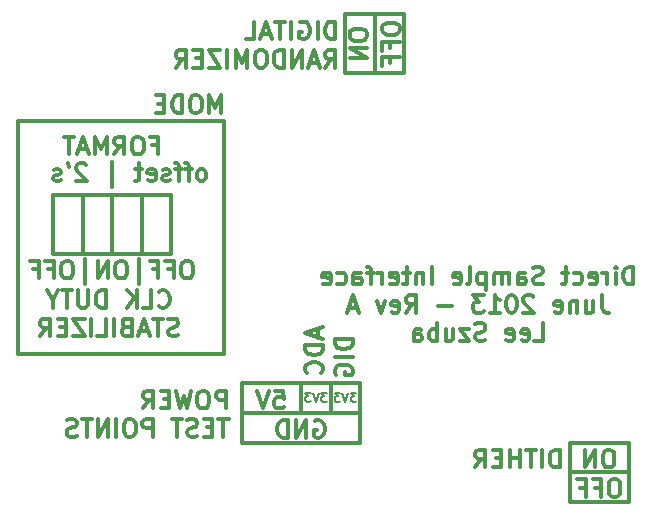
<source format=gbo>
G04 (created by PCBNEW (2013-03-31 BZR 4008)-stable) date 16/06/2013 11:35:49 PM*
%MOIN*%
G04 Gerber Fmt 3.4, Leading zero omitted, Abs format*
%FSLAX34Y34*%
G01*
G70*
G90*
G04 APERTURE LIST*
%ADD10C,0.005*%
%ADD11C,0.014*%
%ADD12C,0.011811*%
%ADD13C,0.006*%
%ADD14R,0.06X0.06*%
%ADD15C,0.06*%
%ADD16R,0.11811X0.11811*%
%ADD17C,0.0374016*%
%ADD18C,0.0787402*%
%ADD19C,0.0984252*%
%ADD20R,0.3X0.15*%
G04 APERTURE END LIST*
G54D10*
G54D11*
X93996Y-65649D02*
X92027Y-65649D01*
X92027Y-66633D02*
X93996Y-66633D01*
X92027Y-64665D02*
X93996Y-64665D01*
X92027Y-64665D02*
X92027Y-66633D01*
X93996Y-64665D02*
X93996Y-66633D01*
G54D12*
X93377Y-64904D02*
X93264Y-64904D01*
X93208Y-64932D01*
X93152Y-64988D01*
X93124Y-65101D01*
X93124Y-65298D01*
X93152Y-65410D01*
X93208Y-65466D01*
X93264Y-65494D01*
X93377Y-65494D01*
X93433Y-65466D01*
X93489Y-65410D01*
X93517Y-65298D01*
X93517Y-65101D01*
X93489Y-64988D01*
X93433Y-64932D01*
X93377Y-64904D01*
X92871Y-65494D02*
X92871Y-64904D01*
X92533Y-65494D01*
X92533Y-64904D01*
X93574Y-65888D02*
X93461Y-65888D01*
X93405Y-65916D01*
X93349Y-65973D01*
X93321Y-66085D01*
X93321Y-66282D01*
X93349Y-66394D01*
X93405Y-66451D01*
X93461Y-66479D01*
X93574Y-66479D01*
X93630Y-66451D01*
X93686Y-66394D01*
X93714Y-66282D01*
X93714Y-66085D01*
X93686Y-65973D01*
X93630Y-65916D01*
X93574Y-65888D01*
X92871Y-66169D02*
X93068Y-66169D01*
X93068Y-66479D02*
X93068Y-65888D01*
X92786Y-65888D01*
X92365Y-66169D02*
X92561Y-66169D01*
X92561Y-66479D02*
X92561Y-65888D01*
X92280Y-65888D01*
X91690Y-65494D02*
X91690Y-64904D01*
X91549Y-64904D01*
X91465Y-64932D01*
X91408Y-64988D01*
X91380Y-65044D01*
X91352Y-65157D01*
X91352Y-65241D01*
X91380Y-65354D01*
X91408Y-65410D01*
X91465Y-65466D01*
X91549Y-65494D01*
X91690Y-65494D01*
X91099Y-65494D02*
X91099Y-64904D01*
X90902Y-64904D02*
X90565Y-64904D01*
X90733Y-65494D02*
X90733Y-64904D01*
X90368Y-65494D02*
X90368Y-64904D01*
X90368Y-65185D02*
X90030Y-65185D01*
X90030Y-65494D02*
X90030Y-64904D01*
X89749Y-65185D02*
X89552Y-65185D01*
X89468Y-65494D02*
X89749Y-65494D01*
X89749Y-64904D01*
X89468Y-64904D01*
X88877Y-65494D02*
X89074Y-65213D01*
X89215Y-65494D02*
X89215Y-64904D01*
X88990Y-64904D01*
X88934Y-64932D01*
X88906Y-64960D01*
X88877Y-65016D01*
X88877Y-65101D01*
X88906Y-65157D01*
X88934Y-65185D01*
X88990Y-65213D01*
X89215Y-65213D01*
X80399Y-53683D02*
X80399Y-53093D01*
X80202Y-53515D01*
X80005Y-53093D01*
X80005Y-53683D01*
X79611Y-53093D02*
X79499Y-53093D01*
X79443Y-53121D01*
X79386Y-53177D01*
X79358Y-53290D01*
X79358Y-53487D01*
X79386Y-53599D01*
X79443Y-53655D01*
X79499Y-53683D01*
X79611Y-53683D01*
X79668Y-53655D01*
X79724Y-53599D01*
X79752Y-53487D01*
X79752Y-53290D01*
X79724Y-53177D01*
X79668Y-53121D01*
X79611Y-53093D01*
X79105Y-53683D02*
X79105Y-53093D01*
X78965Y-53093D01*
X78880Y-53121D01*
X78824Y-53177D01*
X78796Y-53233D01*
X78768Y-53346D01*
X78768Y-53430D01*
X78796Y-53543D01*
X78824Y-53599D01*
X78880Y-53655D01*
X78965Y-53683D01*
X79105Y-53683D01*
X78515Y-53374D02*
X78318Y-53374D01*
X78233Y-53683D02*
X78515Y-53683D01*
X78515Y-53093D01*
X78233Y-53093D01*
G54D11*
X73622Y-53937D02*
X73622Y-61712D01*
X80511Y-53937D02*
X73622Y-53937D01*
X80511Y-61712D02*
X80511Y-53937D01*
X73622Y-61712D02*
X80511Y-61712D01*
G54D12*
X78332Y-60123D02*
X78360Y-60151D01*
X78444Y-60179D01*
X78501Y-60179D01*
X78585Y-60151D01*
X78641Y-60095D01*
X78669Y-60039D01*
X78697Y-59926D01*
X78697Y-59842D01*
X78669Y-59730D01*
X78641Y-59673D01*
X78585Y-59617D01*
X78501Y-59589D01*
X78444Y-59589D01*
X78360Y-59617D01*
X78332Y-59645D01*
X77798Y-60179D02*
X78079Y-60179D01*
X78079Y-59589D01*
X77601Y-60179D02*
X77601Y-59589D01*
X77263Y-60179D02*
X77516Y-59842D01*
X77263Y-59589D02*
X77601Y-59926D01*
X76560Y-60179D02*
X76560Y-59589D01*
X76420Y-59589D01*
X76335Y-59617D01*
X76279Y-59673D01*
X76251Y-59730D01*
X76223Y-59842D01*
X76223Y-59926D01*
X76251Y-60039D01*
X76279Y-60095D01*
X76335Y-60151D01*
X76420Y-60179D01*
X76560Y-60179D01*
X75970Y-59589D02*
X75970Y-60067D01*
X75942Y-60123D01*
X75913Y-60151D01*
X75857Y-60179D01*
X75745Y-60179D01*
X75688Y-60151D01*
X75660Y-60123D01*
X75632Y-60067D01*
X75632Y-59589D01*
X75435Y-59589D02*
X75098Y-59589D01*
X75267Y-60179D02*
X75267Y-59589D01*
X74789Y-59898D02*
X74789Y-60179D01*
X74985Y-59589D02*
X74789Y-59898D01*
X74592Y-59589D01*
X78979Y-61096D02*
X78894Y-61124D01*
X78754Y-61124D01*
X78697Y-61096D01*
X78669Y-61068D01*
X78641Y-61012D01*
X78641Y-60956D01*
X78669Y-60899D01*
X78697Y-60871D01*
X78754Y-60843D01*
X78866Y-60815D01*
X78922Y-60787D01*
X78951Y-60759D01*
X78979Y-60703D01*
X78979Y-60646D01*
X78951Y-60590D01*
X78922Y-60562D01*
X78866Y-60534D01*
X78726Y-60534D01*
X78641Y-60562D01*
X78473Y-60534D02*
X78135Y-60534D01*
X78304Y-61124D02*
X78304Y-60534D01*
X77966Y-60956D02*
X77685Y-60956D01*
X78023Y-61124D02*
X77826Y-60534D01*
X77629Y-61124D01*
X77235Y-60815D02*
X77151Y-60843D01*
X77123Y-60871D01*
X77095Y-60928D01*
X77095Y-61012D01*
X77123Y-61068D01*
X77151Y-61096D01*
X77207Y-61124D01*
X77432Y-61124D01*
X77432Y-60534D01*
X77235Y-60534D01*
X77179Y-60562D01*
X77151Y-60590D01*
X77123Y-60646D01*
X77123Y-60703D01*
X77151Y-60759D01*
X77179Y-60787D01*
X77235Y-60815D01*
X77432Y-60815D01*
X76841Y-61124D02*
X76841Y-60534D01*
X76279Y-61124D02*
X76560Y-61124D01*
X76560Y-60534D01*
X76082Y-61124D02*
X76082Y-60534D01*
X75857Y-60534D02*
X75464Y-60534D01*
X75857Y-61124D01*
X75464Y-61124D01*
X75239Y-60815D02*
X75042Y-60815D01*
X74957Y-61124D02*
X75239Y-61124D01*
X75239Y-60534D01*
X74957Y-60534D01*
X74367Y-61124D02*
X74564Y-60843D01*
X74704Y-61124D02*
X74704Y-60534D01*
X74479Y-60534D01*
X74423Y-60562D01*
X74395Y-60590D01*
X74367Y-60646D01*
X74367Y-60731D01*
X74395Y-60787D01*
X74423Y-60815D01*
X74479Y-60843D01*
X74704Y-60843D01*
X79330Y-58605D02*
X79218Y-58605D01*
X79161Y-58633D01*
X79105Y-58689D01*
X79077Y-58802D01*
X79077Y-58998D01*
X79105Y-59111D01*
X79161Y-59167D01*
X79218Y-59195D01*
X79330Y-59195D01*
X79386Y-59167D01*
X79443Y-59111D01*
X79471Y-58998D01*
X79471Y-58802D01*
X79443Y-58689D01*
X79386Y-58633D01*
X79330Y-58605D01*
X78627Y-58886D02*
X78824Y-58886D01*
X78824Y-59195D02*
X78824Y-58605D01*
X78543Y-58605D01*
X78121Y-58886D02*
X78318Y-58886D01*
X78318Y-59195D02*
X78318Y-58605D01*
X78037Y-58605D01*
X77671Y-59392D02*
X77671Y-58548D01*
X77137Y-58605D02*
X77024Y-58605D01*
X76968Y-58633D01*
X76912Y-58689D01*
X76884Y-58802D01*
X76884Y-58998D01*
X76912Y-59111D01*
X76968Y-59167D01*
X77024Y-59195D01*
X77137Y-59195D01*
X77193Y-59167D01*
X77249Y-59111D01*
X77277Y-58998D01*
X77277Y-58802D01*
X77249Y-58689D01*
X77193Y-58633D01*
X77137Y-58605D01*
X76631Y-59195D02*
X76631Y-58605D01*
X76293Y-59195D01*
X76293Y-58605D01*
X75871Y-59392D02*
X75871Y-58548D01*
X75337Y-58605D02*
X75224Y-58605D01*
X75168Y-58633D01*
X75112Y-58689D01*
X75084Y-58802D01*
X75084Y-58998D01*
X75112Y-59111D01*
X75168Y-59167D01*
X75224Y-59195D01*
X75337Y-59195D01*
X75393Y-59167D01*
X75449Y-59111D01*
X75478Y-58998D01*
X75478Y-58802D01*
X75449Y-58689D01*
X75393Y-58633D01*
X75337Y-58605D01*
X74634Y-58886D02*
X74831Y-58886D01*
X74831Y-59195D02*
X74831Y-58605D01*
X74550Y-58605D01*
X74128Y-58886D02*
X74325Y-58886D01*
X74325Y-59195D02*
X74325Y-58605D01*
X74043Y-58605D01*
X79794Y-55947D02*
X79850Y-55919D01*
X79879Y-55891D01*
X79907Y-55835D01*
X79907Y-55666D01*
X79879Y-55610D01*
X79850Y-55582D01*
X79794Y-55553D01*
X79710Y-55553D01*
X79654Y-55582D01*
X79625Y-55610D01*
X79597Y-55666D01*
X79597Y-55835D01*
X79625Y-55891D01*
X79654Y-55919D01*
X79710Y-55947D01*
X79794Y-55947D01*
X79429Y-55553D02*
X79204Y-55553D01*
X79344Y-55947D02*
X79344Y-55441D01*
X79316Y-55385D01*
X79260Y-55357D01*
X79204Y-55357D01*
X79091Y-55553D02*
X78866Y-55553D01*
X79007Y-55947D02*
X79007Y-55441D01*
X78979Y-55385D01*
X78922Y-55357D01*
X78866Y-55357D01*
X78697Y-55919D02*
X78641Y-55947D01*
X78529Y-55947D01*
X78473Y-55919D01*
X78444Y-55863D01*
X78444Y-55835D01*
X78473Y-55778D01*
X78529Y-55750D01*
X78613Y-55750D01*
X78669Y-55722D01*
X78697Y-55666D01*
X78697Y-55638D01*
X78669Y-55582D01*
X78613Y-55553D01*
X78529Y-55553D01*
X78473Y-55582D01*
X77966Y-55919D02*
X78023Y-55947D01*
X78135Y-55947D01*
X78191Y-55919D01*
X78219Y-55863D01*
X78219Y-55638D01*
X78191Y-55582D01*
X78135Y-55553D01*
X78023Y-55553D01*
X77966Y-55582D01*
X77938Y-55638D01*
X77938Y-55694D01*
X78219Y-55750D01*
X77769Y-55553D02*
X77544Y-55553D01*
X77685Y-55357D02*
X77685Y-55863D01*
X77657Y-55919D01*
X77601Y-55947D01*
X77544Y-55947D01*
X76757Y-56144D02*
X76757Y-55300D01*
X75913Y-55413D02*
X75885Y-55385D01*
X75829Y-55357D01*
X75688Y-55357D01*
X75632Y-55385D01*
X75604Y-55413D01*
X75576Y-55469D01*
X75576Y-55525D01*
X75604Y-55610D01*
X75942Y-55947D01*
X75576Y-55947D01*
X75295Y-55357D02*
X75351Y-55469D01*
X75070Y-55919D02*
X75014Y-55947D01*
X74901Y-55947D01*
X74845Y-55919D01*
X74817Y-55863D01*
X74817Y-55835D01*
X74845Y-55778D01*
X74901Y-55750D01*
X74985Y-55750D01*
X75042Y-55722D01*
X75070Y-55666D01*
X75070Y-55638D01*
X75042Y-55582D01*
X74985Y-55553D01*
X74901Y-55553D01*
X74845Y-55582D01*
X78107Y-54752D02*
X78304Y-54752D01*
X78304Y-55061D02*
X78304Y-54471D01*
X78023Y-54471D01*
X77685Y-54471D02*
X77573Y-54471D01*
X77516Y-54499D01*
X77460Y-54555D01*
X77432Y-54668D01*
X77432Y-54865D01*
X77460Y-54977D01*
X77516Y-55033D01*
X77573Y-55061D01*
X77685Y-55061D01*
X77741Y-55033D01*
X77798Y-54977D01*
X77826Y-54865D01*
X77826Y-54668D01*
X77798Y-54555D01*
X77741Y-54499D01*
X77685Y-54471D01*
X76841Y-55061D02*
X77038Y-54780D01*
X77179Y-55061D02*
X77179Y-54471D01*
X76954Y-54471D01*
X76898Y-54499D01*
X76870Y-54527D01*
X76841Y-54583D01*
X76841Y-54668D01*
X76870Y-54724D01*
X76898Y-54752D01*
X76954Y-54780D01*
X77179Y-54780D01*
X76588Y-55061D02*
X76588Y-54471D01*
X76392Y-54893D01*
X76195Y-54471D01*
X76195Y-55061D01*
X75942Y-54893D02*
X75660Y-54893D01*
X75998Y-55061D02*
X75801Y-54471D01*
X75604Y-55061D01*
X75492Y-54471D02*
X75154Y-54471D01*
X75323Y-55061D02*
X75323Y-54471D01*
X94150Y-59392D02*
X94150Y-58802D01*
X94010Y-58802D01*
X93925Y-58830D01*
X93869Y-58886D01*
X93841Y-58942D01*
X93813Y-59055D01*
X93813Y-59139D01*
X93841Y-59251D01*
X93869Y-59308D01*
X93925Y-59364D01*
X94010Y-59392D01*
X94150Y-59392D01*
X93560Y-59392D02*
X93560Y-58998D01*
X93560Y-58802D02*
X93588Y-58830D01*
X93560Y-58858D01*
X93532Y-58830D01*
X93560Y-58802D01*
X93560Y-58858D01*
X93278Y-59392D02*
X93278Y-58998D01*
X93278Y-59111D02*
X93250Y-59055D01*
X93222Y-59026D01*
X93166Y-58998D01*
X93110Y-58998D01*
X92688Y-59364D02*
X92744Y-59392D01*
X92857Y-59392D01*
X92913Y-59364D01*
X92941Y-59308D01*
X92941Y-59083D01*
X92913Y-59026D01*
X92857Y-58998D01*
X92744Y-58998D01*
X92688Y-59026D01*
X92660Y-59083D01*
X92660Y-59139D01*
X92941Y-59195D01*
X92154Y-59364D02*
X92210Y-59392D01*
X92322Y-59392D01*
X92379Y-59364D01*
X92407Y-59336D01*
X92435Y-59280D01*
X92435Y-59111D01*
X92407Y-59055D01*
X92379Y-59026D01*
X92322Y-58998D01*
X92210Y-58998D01*
X92154Y-59026D01*
X91985Y-58998D02*
X91760Y-58998D01*
X91901Y-58802D02*
X91901Y-59308D01*
X91872Y-59364D01*
X91816Y-59392D01*
X91760Y-59392D01*
X91141Y-59364D02*
X91057Y-59392D01*
X90916Y-59392D01*
X90860Y-59364D01*
X90832Y-59336D01*
X90804Y-59280D01*
X90804Y-59223D01*
X90832Y-59167D01*
X90860Y-59139D01*
X90916Y-59111D01*
X91029Y-59083D01*
X91085Y-59055D01*
X91113Y-59026D01*
X91141Y-58970D01*
X91141Y-58914D01*
X91113Y-58858D01*
X91085Y-58830D01*
X91029Y-58802D01*
X90888Y-58802D01*
X90804Y-58830D01*
X90298Y-59392D02*
X90298Y-59083D01*
X90326Y-59026D01*
X90382Y-58998D01*
X90494Y-58998D01*
X90551Y-59026D01*
X90298Y-59364D02*
X90354Y-59392D01*
X90494Y-59392D01*
X90551Y-59364D01*
X90579Y-59308D01*
X90579Y-59251D01*
X90551Y-59195D01*
X90494Y-59167D01*
X90354Y-59167D01*
X90298Y-59139D01*
X90016Y-59392D02*
X90016Y-58998D01*
X90016Y-59055D02*
X89988Y-59026D01*
X89932Y-58998D01*
X89848Y-58998D01*
X89791Y-59026D01*
X89763Y-59083D01*
X89763Y-59392D01*
X89763Y-59083D02*
X89735Y-59026D01*
X89679Y-58998D01*
X89595Y-58998D01*
X89538Y-59026D01*
X89510Y-59083D01*
X89510Y-59392D01*
X89229Y-58998D02*
X89229Y-59589D01*
X89229Y-59026D02*
X89173Y-58998D01*
X89060Y-58998D01*
X89004Y-59026D01*
X88976Y-59055D01*
X88948Y-59111D01*
X88948Y-59280D01*
X88976Y-59336D01*
X89004Y-59364D01*
X89060Y-59392D01*
X89173Y-59392D01*
X89229Y-59364D01*
X88610Y-59392D02*
X88667Y-59364D01*
X88695Y-59308D01*
X88695Y-58802D01*
X88160Y-59364D02*
X88217Y-59392D01*
X88329Y-59392D01*
X88385Y-59364D01*
X88413Y-59308D01*
X88413Y-59083D01*
X88385Y-59026D01*
X88329Y-58998D01*
X88217Y-58998D01*
X88160Y-59026D01*
X88132Y-59083D01*
X88132Y-59139D01*
X88413Y-59195D01*
X87429Y-59392D02*
X87429Y-58802D01*
X87148Y-58998D02*
X87148Y-59392D01*
X87148Y-59055D02*
X87120Y-59026D01*
X87064Y-58998D01*
X86979Y-58998D01*
X86923Y-59026D01*
X86895Y-59083D01*
X86895Y-59392D01*
X86698Y-58998D02*
X86473Y-58998D01*
X86614Y-58802D02*
X86614Y-59308D01*
X86586Y-59364D01*
X86529Y-59392D01*
X86473Y-59392D01*
X86051Y-59364D02*
X86107Y-59392D01*
X86220Y-59392D01*
X86276Y-59364D01*
X86304Y-59308D01*
X86304Y-59083D01*
X86276Y-59026D01*
X86220Y-58998D01*
X86107Y-58998D01*
X86051Y-59026D01*
X86023Y-59083D01*
X86023Y-59139D01*
X86304Y-59195D01*
X85770Y-59392D02*
X85770Y-58998D01*
X85770Y-59111D02*
X85742Y-59055D01*
X85714Y-59026D01*
X85658Y-58998D01*
X85601Y-58998D01*
X85489Y-58998D02*
X85264Y-58998D01*
X85404Y-59392D02*
X85404Y-58886D01*
X85376Y-58830D01*
X85320Y-58802D01*
X85264Y-58802D01*
X84814Y-59392D02*
X84814Y-59083D01*
X84842Y-59026D01*
X84898Y-58998D01*
X85011Y-58998D01*
X85067Y-59026D01*
X84814Y-59364D02*
X84870Y-59392D01*
X85011Y-59392D01*
X85067Y-59364D01*
X85095Y-59308D01*
X85095Y-59251D01*
X85067Y-59195D01*
X85011Y-59167D01*
X84870Y-59167D01*
X84814Y-59139D01*
X84280Y-59364D02*
X84336Y-59392D01*
X84448Y-59392D01*
X84505Y-59364D01*
X84533Y-59336D01*
X84561Y-59280D01*
X84561Y-59111D01*
X84533Y-59055D01*
X84505Y-59026D01*
X84448Y-58998D01*
X84336Y-58998D01*
X84280Y-59026D01*
X83802Y-59364D02*
X83858Y-59392D01*
X83970Y-59392D01*
X84026Y-59364D01*
X84055Y-59308D01*
X84055Y-59083D01*
X84026Y-59026D01*
X83970Y-58998D01*
X83858Y-58998D01*
X83802Y-59026D01*
X83773Y-59083D01*
X83773Y-59139D01*
X84055Y-59195D01*
X93096Y-59746D02*
X93096Y-60168D01*
X93124Y-60253D01*
X93180Y-60309D01*
X93264Y-60337D01*
X93321Y-60337D01*
X92561Y-59943D02*
X92561Y-60337D01*
X92814Y-59943D02*
X92814Y-60253D01*
X92786Y-60309D01*
X92730Y-60337D01*
X92646Y-60337D01*
X92589Y-60309D01*
X92561Y-60281D01*
X92280Y-59943D02*
X92280Y-60337D01*
X92280Y-60000D02*
X92252Y-59971D01*
X92196Y-59943D01*
X92111Y-59943D01*
X92055Y-59971D01*
X92027Y-60028D01*
X92027Y-60337D01*
X91521Y-60309D02*
X91577Y-60337D01*
X91690Y-60337D01*
X91746Y-60309D01*
X91774Y-60253D01*
X91774Y-60028D01*
X91746Y-59971D01*
X91690Y-59943D01*
X91577Y-59943D01*
X91521Y-59971D01*
X91493Y-60028D01*
X91493Y-60084D01*
X91774Y-60140D01*
X90818Y-59803D02*
X90790Y-59775D01*
X90733Y-59746D01*
X90593Y-59746D01*
X90537Y-59775D01*
X90508Y-59803D01*
X90480Y-59859D01*
X90480Y-59915D01*
X90508Y-60000D01*
X90846Y-60337D01*
X90480Y-60337D01*
X90115Y-59746D02*
X90059Y-59746D01*
X90002Y-59775D01*
X89974Y-59803D01*
X89946Y-59859D01*
X89918Y-59971D01*
X89918Y-60112D01*
X89946Y-60224D01*
X89974Y-60281D01*
X90002Y-60309D01*
X90059Y-60337D01*
X90115Y-60337D01*
X90171Y-60309D01*
X90199Y-60281D01*
X90227Y-60224D01*
X90255Y-60112D01*
X90255Y-59971D01*
X90227Y-59859D01*
X90199Y-59803D01*
X90171Y-59775D01*
X90115Y-59746D01*
X89356Y-60337D02*
X89693Y-60337D01*
X89524Y-60337D02*
X89524Y-59746D01*
X89580Y-59831D01*
X89637Y-59887D01*
X89693Y-59915D01*
X89159Y-59746D02*
X88793Y-59746D01*
X88990Y-59971D01*
X88906Y-59971D01*
X88849Y-60000D01*
X88821Y-60028D01*
X88793Y-60084D01*
X88793Y-60224D01*
X88821Y-60281D01*
X88849Y-60309D01*
X88906Y-60337D01*
X89074Y-60337D01*
X89131Y-60309D01*
X89159Y-60281D01*
X88090Y-60112D02*
X87640Y-60112D01*
X86571Y-60337D02*
X86768Y-60056D01*
X86909Y-60337D02*
X86909Y-59746D01*
X86684Y-59746D01*
X86628Y-59775D01*
X86600Y-59803D01*
X86571Y-59859D01*
X86571Y-59943D01*
X86600Y-60000D01*
X86628Y-60028D01*
X86684Y-60056D01*
X86909Y-60056D01*
X86093Y-60309D02*
X86150Y-60337D01*
X86262Y-60337D01*
X86318Y-60309D01*
X86347Y-60253D01*
X86347Y-60028D01*
X86318Y-59971D01*
X86262Y-59943D01*
X86150Y-59943D01*
X86093Y-59971D01*
X86065Y-60028D01*
X86065Y-60084D01*
X86347Y-60140D01*
X85868Y-59943D02*
X85728Y-60337D01*
X85587Y-59943D01*
X84940Y-60168D02*
X84659Y-60168D01*
X84997Y-60337D02*
X84800Y-59746D01*
X84603Y-60337D01*
X90846Y-61282D02*
X91127Y-61282D01*
X91127Y-60691D01*
X90424Y-61254D02*
X90480Y-61282D01*
X90593Y-61282D01*
X90649Y-61254D01*
X90677Y-61197D01*
X90677Y-60973D01*
X90649Y-60916D01*
X90593Y-60888D01*
X90480Y-60888D01*
X90424Y-60916D01*
X90396Y-60973D01*
X90396Y-61029D01*
X90677Y-61085D01*
X89918Y-61254D02*
X89974Y-61282D01*
X90087Y-61282D01*
X90143Y-61254D01*
X90171Y-61197D01*
X90171Y-60973D01*
X90143Y-60916D01*
X90087Y-60888D01*
X89974Y-60888D01*
X89918Y-60916D01*
X89890Y-60973D01*
X89890Y-61029D01*
X90171Y-61085D01*
X89215Y-61254D02*
X89131Y-61282D01*
X88990Y-61282D01*
X88934Y-61254D01*
X88906Y-61226D01*
X88877Y-61169D01*
X88877Y-61113D01*
X88906Y-61057D01*
X88934Y-61029D01*
X88990Y-61001D01*
X89102Y-60973D01*
X89159Y-60944D01*
X89187Y-60916D01*
X89215Y-60860D01*
X89215Y-60804D01*
X89187Y-60748D01*
X89159Y-60719D01*
X89102Y-60691D01*
X88962Y-60691D01*
X88877Y-60719D01*
X88681Y-60888D02*
X88371Y-60888D01*
X88681Y-61282D01*
X88371Y-61282D01*
X87893Y-60888D02*
X87893Y-61282D01*
X88146Y-60888D02*
X88146Y-61197D01*
X88118Y-61254D01*
X88062Y-61282D01*
X87978Y-61282D01*
X87921Y-61254D01*
X87893Y-61226D01*
X87612Y-61282D02*
X87612Y-60691D01*
X87612Y-60916D02*
X87556Y-60888D01*
X87443Y-60888D01*
X87387Y-60916D01*
X87359Y-60944D01*
X87331Y-61001D01*
X87331Y-61169D01*
X87359Y-61226D01*
X87387Y-61254D01*
X87443Y-61282D01*
X87556Y-61282D01*
X87612Y-61254D01*
X86825Y-61282D02*
X86825Y-60973D01*
X86853Y-60916D01*
X86909Y-60888D01*
X87021Y-60888D01*
X87078Y-60916D01*
X86825Y-61254D02*
X86881Y-61282D01*
X87021Y-61282D01*
X87078Y-61254D01*
X87106Y-61197D01*
X87106Y-61141D01*
X87078Y-61085D01*
X87021Y-61057D01*
X86881Y-61057D01*
X86825Y-61029D01*
X83633Y-60883D02*
X83633Y-61164D01*
X83802Y-60826D02*
X83211Y-61023D01*
X83802Y-61220D01*
X83802Y-61417D02*
X83211Y-61417D01*
X83211Y-61557D01*
X83239Y-61642D01*
X83295Y-61698D01*
X83352Y-61726D01*
X83464Y-61754D01*
X83548Y-61754D01*
X83661Y-61726D01*
X83717Y-61698D01*
X83773Y-61642D01*
X83802Y-61557D01*
X83802Y-61417D01*
X83745Y-62345D02*
X83773Y-62317D01*
X83802Y-62232D01*
X83802Y-62176D01*
X83773Y-62092D01*
X83717Y-62035D01*
X83661Y-62007D01*
X83548Y-61979D01*
X83464Y-61979D01*
X83352Y-62007D01*
X83295Y-62035D01*
X83239Y-62092D01*
X83211Y-62176D01*
X83211Y-62232D01*
X83239Y-62317D01*
X83267Y-62345D01*
X84786Y-61220D02*
X84195Y-61220D01*
X84195Y-61361D01*
X84223Y-61445D01*
X84280Y-61501D01*
X84336Y-61529D01*
X84448Y-61557D01*
X84533Y-61557D01*
X84645Y-61529D01*
X84701Y-61501D01*
X84758Y-61445D01*
X84786Y-61361D01*
X84786Y-61220D01*
X84786Y-61811D02*
X84195Y-61811D01*
X84223Y-62401D02*
X84195Y-62345D01*
X84195Y-62260D01*
X84223Y-62176D01*
X84280Y-62120D01*
X84336Y-62092D01*
X84448Y-62064D01*
X84533Y-62064D01*
X84645Y-62092D01*
X84701Y-62120D01*
X84758Y-62176D01*
X84786Y-62260D01*
X84786Y-62317D01*
X84758Y-62401D01*
X84730Y-62429D01*
X84533Y-62429D01*
X84533Y-62317D01*
X84786Y-61220D02*
X84195Y-61220D01*
X84195Y-61361D01*
X84223Y-61445D01*
X84280Y-61501D01*
X84336Y-61529D01*
X84448Y-61557D01*
X84533Y-61557D01*
X84645Y-61529D01*
X84701Y-61501D01*
X84758Y-61445D01*
X84786Y-61361D01*
X84786Y-61220D01*
X84786Y-61811D02*
X84195Y-61811D01*
X84223Y-62401D02*
X84195Y-62345D01*
X84195Y-62260D01*
X84223Y-62176D01*
X84280Y-62120D01*
X84336Y-62092D01*
X84448Y-62064D01*
X84533Y-62064D01*
X84645Y-62092D01*
X84701Y-62120D01*
X84758Y-62176D01*
X84786Y-62260D01*
X84786Y-62317D01*
X84758Y-62401D01*
X84730Y-62429D01*
X84533Y-62429D01*
X84533Y-62317D01*
X83633Y-60883D02*
X83633Y-61164D01*
X83802Y-60826D02*
X83211Y-61023D01*
X83802Y-61220D01*
X83802Y-61417D02*
X83211Y-61417D01*
X83211Y-61557D01*
X83239Y-61642D01*
X83295Y-61698D01*
X83352Y-61726D01*
X83464Y-61754D01*
X83548Y-61754D01*
X83661Y-61726D01*
X83717Y-61698D01*
X83773Y-61642D01*
X83802Y-61557D01*
X83802Y-61417D01*
X83745Y-62345D02*
X83773Y-62317D01*
X83802Y-62232D01*
X83802Y-62176D01*
X83773Y-62092D01*
X83717Y-62035D01*
X83661Y-62007D01*
X83548Y-61979D01*
X83464Y-61979D01*
X83352Y-62007D01*
X83295Y-62035D01*
X83239Y-62092D01*
X83211Y-62176D01*
X83211Y-62232D01*
X83239Y-62317D01*
X83267Y-62345D01*
X83633Y-60883D02*
X83633Y-61164D01*
X83802Y-60826D02*
X83211Y-61023D01*
X83802Y-61220D01*
X83802Y-61417D02*
X83211Y-61417D01*
X83211Y-61557D01*
X83239Y-61642D01*
X83295Y-61698D01*
X83352Y-61726D01*
X83464Y-61754D01*
X83548Y-61754D01*
X83661Y-61726D01*
X83717Y-61698D01*
X83773Y-61642D01*
X83802Y-61557D01*
X83802Y-61417D01*
X83745Y-62345D02*
X83773Y-62317D01*
X83802Y-62232D01*
X83802Y-62176D01*
X83773Y-62092D01*
X83717Y-62035D01*
X83661Y-62007D01*
X83548Y-61979D01*
X83464Y-61979D01*
X83352Y-62007D01*
X83295Y-62035D01*
X83239Y-62092D01*
X83211Y-62176D01*
X83211Y-62232D01*
X83239Y-62317D01*
X83267Y-62345D01*
X84786Y-61220D02*
X84195Y-61220D01*
X84195Y-61361D01*
X84223Y-61445D01*
X84280Y-61501D01*
X84336Y-61529D01*
X84448Y-61557D01*
X84533Y-61557D01*
X84645Y-61529D01*
X84701Y-61501D01*
X84758Y-61445D01*
X84786Y-61361D01*
X84786Y-61220D01*
X84786Y-61811D02*
X84195Y-61811D01*
X84223Y-62401D02*
X84195Y-62345D01*
X84195Y-62260D01*
X84223Y-62176D01*
X84280Y-62120D01*
X84336Y-62092D01*
X84448Y-62064D01*
X84533Y-62064D01*
X84645Y-62092D01*
X84701Y-62120D01*
X84758Y-62176D01*
X84786Y-62260D01*
X84786Y-62317D01*
X84758Y-62401D01*
X84730Y-62429D01*
X84533Y-62429D01*
X84533Y-62317D01*
X84209Y-51223D02*
X84209Y-50632D01*
X84069Y-50632D01*
X83984Y-50660D01*
X83928Y-50717D01*
X83900Y-50773D01*
X83872Y-50885D01*
X83872Y-50970D01*
X83900Y-51082D01*
X83928Y-51138D01*
X83984Y-51195D01*
X84069Y-51223D01*
X84209Y-51223D01*
X83619Y-51223D02*
X83619Y-50632D01*
X83028Y-50660D02*
X83084Y-50632D01*
X83169Y-50632D01*
X83253Y-50660D01*
X83309Y-50717D01*
X83338Y-50773D01*
X83366Y-50885D01*
X83366Y-50970D01*
X83338Y-51082D01*
X83309Y-51138D01*
X83253Y-51195D01*
X83169Y-51223D01*
X83113Y-51223D01*
X83028Y-51195D01*
X83000Y-51167D01*
X83000Y-50970D01*
X83113Y-50970D01*
X82747Y-51223D02*
X82747Y-50632D01*
X82550Y-50632D02*
X82213Y-50632D01*
X82381Y-51223D02*
X82381Y-50632D01*
X82044Y-51054D02*
X81763Y-51054D01*
X82100Y-51223D02*
X81903Y-50632D01*
X81706Y-51223D01*
X81228Y-51223D02*
X81510Y-51223D01*
X81510Y-50632D01*
X83872Y-52168D02*
X84069Y-51886D01*
X84209Y-52168D02*
X84209Y-51577D01*
X83984Y-51577D01*
X83928Y-51605D01*
X83900Y-51633D01*
X83872Y-51690D01*
X83872Y-51774D01*
X83900Y-51830D01*
X83928Y-51858D01*
X83984Y-51886D01*
X84209Y-51886D01*
X83647Y-51999D02*
X83366Y-51999D01*
X83703Y-52168D02*
X83506Y-51577D01*
X83309Y-52168D01*
X83113Y-52168D02*
X83113Y-51577D01*
X82775Y-52168D01*
X82775Y-51577D01*
X82494Y-52168D02*
X82494Y-51577D01*
X82353Y-51577D01*
X82269Y-51605D01*
X82213Y-51661D01*
X82185Y-51718D01*
X82156Y-51830D01*
X82156Y-51915D01*
X82185Y-52027D01*
X82213Y-52083D01*
X82269Y-52140D01*
X82353Y-52168D01*
X82494Y-52168D01*
X81791Y-51577D02*
X81678Y-51577D01*
X81622Y-51605D01*
X81566Y-51661D01*
X81538Y-51774D01*
X81538Y-51971D01*
X81566Y-52083D01*
X81622Y-52140D01*
X81678Y-52168D01*
X81791Y-52168D01*
X81847Y-52140D01*
X81903Y-52083D01*
X81931Y-51971D01*
X81931Y-51774D01*
X81903Y-51661D01*
X81847Y-51605D01*
X81791Y-51577D01*
X81285Y-52168D02*
X81285Y-51577D01*
X81088Y-51999D01*
X80891Y-51577D01*
X80891Y-52168D01*
X80610Y-52168D02*
X80610Y-51577D01*
X80385Y-51577D02*
X79991Y-51577D01*
X80385Y-52168D01*
X79991Y-52168D01*
X79766Y-51858D02*
X79569Y-51858D01*
X79485Y-52168D02*
X79766Y-52168D01*
X79766Y-51577D01*
X79485Y-51577D01*
X78894Y-52168D02*
X79091Y-51886D01*
X79232Y-52168D02*
X79232Y-51577D01*
X79007Y-51577D01*
X78951Y-51605D01*
X78922Y-51633D01*
X78894Y-51690D01*
X78894Y-51774D01*
X78922Y-51830D01*
X78951Y-51858D01*
X79007Y-51886D01*
X79232Y-51886D01*
X80568Y-63526D02*
X80568Y-62935D01*
X80343Y-62935D01*
X80286Y-62964D01*
X80258Y-62992D01*
X80230Y-63048D01*
X80230Y-63132D01*
X80258Y-63188D01*
X80286Y-63217D01*
X80343Y-63245D01*
X80568Y-63245D01*
X79865Y-62935D02*
X79752Y-62935D01*
X79696Y-62964D01*
X79640Y-63020D01*
X79611Y-63132D01*
X79611Y-63329D01*
X79640Y-63442D01*
X79696Y-63498D01*
X79752Y-63526D01*
X79865Y-63526D01*
X79921Y-63498D01*
X79977Y-63442D01*
X80005Y-63329D01*
X80005Y-63132D01*
X79977Y-63020D01*
X79921Y-62964D01*
X79865Y-62935D01*
X79415Y-62935D02*
X79274Y-63526D01*
X79161Y-63104D01*
X79049Y-63526D01*
X78908Y-62935D01*
X78683Y-63217D02*
X78487Y-63217D01*
X78402Y-63526D02*
X78683Y-63526D01*
X78683Y-62935D01*
X78402Y-62935D01*
X77812Y-63526D02*
X78008Y-63245D01*
X78149Y-63526D02*
X78149Y-62935D01*
X77924Y-62935D01*
X77868Y-62964D01*
X77840Y-62992D01*
X77812Y-63048D01*
X77812Y-63132D01*
X77840Y-63188D01*
X77868Y-63217D01*
X77924Y-63245D01*
X78149Y-63245D01*
X80652Y-63880D02*
X80314Y-63880D01*
X80483Y-64471D02*
X80483Y-63880D01*
X80118Y-64161D02*
X79921Y-64161D01*
X79836Y-64471D02*
X80118Y-64471D01*
X80118Y-63880D01*
X79836Y-63880D01*
X79611Y-64443D02*
X79527Y-64471D01*
X79386Y-64471D01*
X79330Y-64443D01*
X79302Y-64415D01*
X79274Y-64358D01*
X79274Y-64302D01*
X79302Y-64246D01*
X79330Y-64218D01*
X79386Y-64190D01*
X79499Y-64161D01*
X79555Y-64133D01*
X79583Y-64105D01*
X79611Y-64049D01*
X79611Y-63993D01*
X79583Y-63937D01*
X79555Y-63908D01*
X79499Y-63880D01*
X79358Y-63880D01*
X79274Y-63908D01*
X79105Y-63880D02*
X78768Y-63880D01*
X78937Y-64471D02*
X78937Y-63880D01*
X78121Y-64471D02*
X78121Y-63880D01*
X77896Y-63880D01*
X77840Y-63908D01*
X77812Y-63937D01*
X77784Y-63993D01*
X77784Y-64077D01*
X77812Y-64133D01*
X77840Y-64161D01*
X77896Y-64190D01*
X78121Y-64190D01*
X77418Y-63880D02*
X77305Y-63880D01*
X77249Y-63908D01*
X77193Y-63965D01*
X77165Y-64077D01*
X77165Y-64274D01*
X77193Y-64386D01*
X77249Y-64443D01*
X77305Y-64471D01*
X77418Y-64471D01*
X77474Y-64443D01*
X77530Y-64386D01*
X77559Y-64274D01*
X77559Y-64077D01*
X77530Y-63965D01*
X77474Y-63908D01*
X77418Y-63880D01*
X76912Y-64471D02*
X76912Y-63880D01*
X76631Y-64471D02*
X76631Y-63880D01*
X76293Y-64471D01*
X76293Y-63880D01*
X76096Y-63880D02*
X75759Y-63880D01*
X75928Y-64471D02*
X75928Y-63880D01*
X75590Y-64443D02*
X75506Y-64471D01*
X75365Y-64471D01*
X75309Y-64443D01*
X75281Y-64415D01*
X75253Y-64358D01*
X75253Y-64302D01*
X75281Y-64246D01*
X75309Y-64218D01*
X75365Y-64190D01*
X75478Y-64161D01*
X75534Y-64133D01*
X75562Y-64105D01*
X75590Y-64049D01*
X75590Y-63993D01*
X75562Y-63937D01*
X75534Y-63908D01*
X75478Y-63880D01*
X75337Y-63880D01*
X75253Y-63908D01*
X85770Y-50815D02*
X85770Y-50928D01*
X85798Y-50984D01*
X85854Y-51040D01*
X85967Y-51068D01*
X86164Y-51068D01*
X86276Y-51040D01*
X86332Y-50984D01*
X86361Y-50928D01*
X86361Y-50815D01*
X86332Y-50759D01*
X86276Y-50703D01*
X86164Y-50674D01*
X85967Y-50674D01*
X85854Y-50703D01*
X85798Y-50759D01*
X85770Y-50815D01*
X86051Y-51518D02*
X86051Y-51321D01*
X86361Y-51321D02*
X85770Y-51321D01*
X85770Y-51602D01*
X86051Y-52024D02*
X86051Y-51827D01*
X86361Y-51827D02*
X85770Y-51827D01*
X85770Y-52109D01*
X84687Y-51012D02*
X84687Y-51124D01*
X84715Y-51181D01*
X84772Y-51237D01*
X84884Y-51265D01*
X85081Y-51265D01*
X85194Y-51237D01*
X85250Y-51181D01*
X85278Y-51124D01*
X85278Y-51012D01*
X85250Y-50956D01*
X85194Y-50899D01*
X85081Y-50871D01*
X84884Y-50871D01*
X84772Y-50899D01*
X84715Y-50956D01*
X84687Y-51012D01*
X85278Y-51518D02*
X84687Y-51518D01*
X85278Y-51856D01*
X84687Y-51856D01*
G54D11*
X77755Y-58366D02*
X77755Y-56397D01*
X76771Y-58366D02*
X76771Y-56397D01*
X75787Y-58366D02*
X75787Y-56397D01*
X85531Y-52362D02*
X85531Y-50393D01*
X78740Y-58366D02*
X74803Y-58366D01*
X78740Y-56397D02*
X78740Y-58366D01*
X74803Y-56397D02*
X78740Y-56397D01*
X74803Y-58366D02*
X74803Y-56397D01*
X86515Y-50393D02*
X86515Y-52362D01*
X84547Y-50393D02*
X84547Y-52362D01*
X84547Y-50393D02*
X86515Y-50393D01*
X84547Y-52362D02*
X86515Y-52362D01*
G54D12*
X84786Y-61220D02*
X84195Y-61220D01*
X84195Y-61361D01*
X84223Y-61445D01*
X84280Y-61501D01*
X84336Y-61529D01*
X84448Y-61557D01*
X84533Y-61557D01*
X84645Y-61529D01*
X84701Y-61501D01*
X84758Y-61445D01*
X84786Y-61361D01*
X84786Y-61220D01*
X84786Y-61811D02*
X84195Y-61811D01*
X84223Y-62401D02*
X84195Y-62345D01*
X84195Y-62260D01*
X84223Y-62176D01*
X84280Y-62120D01*
X84336Y-62092D01*
X84448Y-62064D01*
X84533Y-62064D01*
X84645Y-62092D01*
X84701Y-62120D01*
X84758Y-62176D01*
X84786Y-62260D01*
X84786Y-62317D01*
X84758Y-62401D01*
X84730Y-62429D01*
X84533Y-62429D01*
X84533Y-62317D01*
X83633Y-60883D02*
X83633Y-61164D01*
X83802Y-60826D02*
X83211Y-61023D01*
X83802Y-61220D01*
X83802Y-61417D02*
X83211Y-61417D01*
X83211Y-61557D01*
X83239Y-61642D01*
X83295Y-61698D01*
X83352Y-61726D01*
X83464Y-61754D01*
X83548Y-61754D01*
X83661Y-61726D01*
X83717Y-61698D01*
X83773Y-61642D01*
X83802Y-61557D01*
X83802Y-61417D01*
X83745Y-62345D02*
X83773Y-62317D01*
X83802Y-62232D01*
X83802Y-62176D01*
X83773Y-62092D01*
X83717Y-62035D01*
X83661Y-62007D01*
X83548Y-61979D01*
X83464Y-61979D01*
X83352Y-62007D01*
X83295Y-62035D01*
X83239Y-62092D01*
X83211Y-62176D01*
X83211Y-62232D01*
X83239Y-62317D01*
X83267Y-62345D01*
G54D13*
X84918Y-63010D02*
X84732Y-63010D01*
X84832Y-63124D01*
X84790Y-63124D01*
X84761Y-63138D01*
X84747Y-63153D01*
X84732Y-63181D01*
X84732Y-63253D01*
X84747Y-63281D01*
X84761Y-63296D01*
X84790Y-63310D01*
X84875Y-63310D01*
X84904Y-63296D01*
X84918Y-63281D01*
X84647Y-63010D02*
X84547Y-63310D01*
X84447Y-63010D01*
X84375Y-63010D02*
X84190Y-63010D01*
X84290Y-63124D01*
X84247Y-63124D01*
X84218Y-63138D01*
X84204Y-63153D01*
X84190Y-63181D01*
X84190Y-63253D01*
X84204Y-63281D01*
X84218Y-63296D01*
X84247Y-63310D01*
X84332Y-63310D01*
X84361Y-63296D01*
X84375Y-63281D01*
X83934Y-63010D02*
X83748Y-63010D01*
X83848Y-63124D01*
X83805Y-63124D01*
X83777Y-63138D01*
X83762Y-63153D01*
X83748Y-63181D01*
X83748Y-63253D01*
X83762Y-63281D01*
X83777Y-63296D01*
X83805Y-63310D01*
X83891Y-63310D01*
X83920Y-63296D01*
X83934Y-63281D01*
X83662Y-63010D02*
X83562Y-63310D01*
X83462Y-63010D01*
X83391Y-63010D02*
X83205Y-63010D01*
X83305Y-63124D01*
X83262Y-63124D01*
X83234Y-63138D01*
X83220Y-63153D01*
X83205Y-63181D01*
X83205Y-63253D01*
X83220Y-63281D01*
X83234Y-63296D01*
X83262Y-63310D01*
X83348Y-63310D01*
X83377Y-63296D01*
X83391Y-63281D01*
G54D12*
X82199Y-62935D02*
X82480Y-62935D01*
X82508Y-63217D01*
X82480Y-63188D01*
X82424Y-63160D01*
X82283Y-63160D01*
X82227Y-63188D01*
X82199Y-63217D01*
X82170Y-63273D01*
X82170Y-63413D01*
X82199Y-63470D01*
X82227Y-63498D01*
X82283Y-63526D01*
X82424Y-63526D01*
X82480Y-63498D01*
X82508Y-63470D01*
X82002Y-62935D02*
X81805Y-63526D01*
X81608Y-62935D01*
X83520Y-63948D02*
X83577Y-63920D01*
X83661Y-63920D01*
X83745Y-63948D01*
X83802Y-64004D01*
X83830Y-64060D01*
X83858Y-64173D01*
X83858Y-64257D01*
X83830Y-64370D01*
X83802Y-64426D01*
X83745Y-64482D01*
X83661Y-64510D01*
X83605Y-64510D01*
X83520Y-64482D01*
X83492Y-64454D01*
X83492Y-64257D01*
X83605Y-64257D01*
X83239Y-64510D02*
X83239Y-63920D01*
X82902Y-64510D01*
X82902Y-63920D01*
X82620Y-64510D02*
X82620Y-63920D01*
X82480Y-63920D01*
X82395Y-63948D01*
X82339Y-64004D01*
X82311Y-64060D01*
X82283Y-64173D01*
X82283Y-64257D01*
X82311Y-64370D01*
X82339Y-64426D01*
X82395Y-64482D01*
X82480Y-64510D01*
X82620Y-64510D01*
G54D11*
X84055Y-63681D02*
X84055Y-62696D01*
X83070Y-63681D02*
X83070Y-62696D01*
X81102Y-63681D02*
X85039Y-63681D01*
X85039Y-64665D02*
X85039Y-62696D01*
X81102Y-64665D02*
X85039Y-64665D01*
X81102Y-62696D02*
X81102Y-64665D01*
X81102Y-62696D02*
X85039Y-62696D01*
%LPC*%
G54D14*
X87295Y-51877D03*
G54D15*
X87295Y-50877D03*
X88295Y-51877D03*
X88295Y-50877D03*
G54D14*
X81570Y-66444D03*
G54D15*
X81570Y-65444D03*
X82570Y-66444D03*
X82570Y-65444D03*
X83570Y-66444D03*
X83570Y-65444D03*
X84570Y-66444D03*
X84570Y-65444D03*
G54D14*
X89838Y-51877D03*
G54D15*
X89838Y-50877D03*
X90838Y-51877D03*
X90838Y-50877D03*
X91838Y-51877D03*
X91838Y-50877D03*
X92838Y-51877D03*
X92838Y-50877D03*
G54D14*
X90051Y-63082D03*
G54D15*
X91051Y-63082D03*
X90051Y-64082D03*
X91051Y-64082D03*
G54D16*
X88582Y-57283D03*
G54D17*
X95531Y-63582D03*
X95531Y-62952D03*
X95531Y-62322D03*
X95531Y-61692D03*
X95531Y-61062D03*
X95531Y-60433D03*
X95531Y-59803D03*
X95531Y-59173D03*
X95531Y-58543D03*
X95531Y-57913D03*
X95531Y-57283D03*
X95531Y-56653D03*
X95531Y-56023D03*
X95531Y-55393D03*
X95531Y-54763D03*
X95531Y-54133D03*
X95531Y-53503D03*
X95078Y-53188D03*
X95078Y-53818D03*
X95078Y-54448D03*
X95078Y-55078D03*
X95078Y-55708D03*
X95078Y-56338D03*
X95078Y-56968D03*
X95078Y-57598D03*
X95078Y-58228D03*
X95078Y-58858D03*
X95078Y-59488D03*
X95078Y-60118D03*
X95078Y-60748D03*
X95078Y-61377D03*
X95078Y-62007D03*
X95078Y-62637D03*
X95078Y-63267D03*
X96003Y-63110D03*
X96003Y-62480D03*
X96003Y-61850D03*
X96003Y-61220D03*
X96003Y-60590D03*
X96003Y-59960D03*
X96003Y-59330D03*
X96003Y-58700D03*
X96003Y-58070D03*
X96003Y-57440D03*
X96003Y-56811D03*
X96003Y-56181D03*
X96003Y-55551D03*
X96003Y-54921D03*
X96003Y-54291D03*
X96003Y-53661D03*
X96003Y-53031D03*
X96456Y-53346D03*
X96456Y-53976D03*
X96456Y-54606D03*
X96456Y-55236D03*
X96456Y-55866D03*
X96456Y-56496D03*
X96456Y-57125D03*
X96456Y-57755D03*
X96456Y-58385D03*
X96456Y-59015D03*
X96456Y-59645D03*
X96456Y-60275D03*
X96456Y-60905D03*
X96456Y-61535D03*
X96456Y-62165D03*
X96456Y-62795D03*
X96456Y-63425D03*
G54D18*
X96003Y-64675D03*
X96003Y-51938D03*
G54D19*
X97047Y-66604D03*
X97047Y-50009D03*
G54D20*
X70397Y-58274D03*
X70397Y-54324D03*
X70397Y-64770D03*
X70397Y-60820D03*
M02*

</source>
